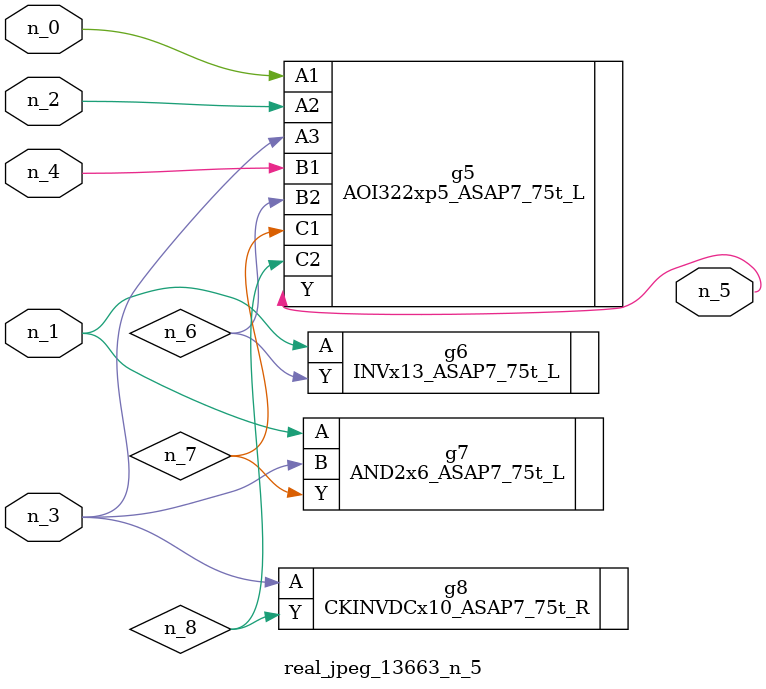
<source format=v>
module real_jpeg_13663_n_5 (n_4, n_0, n_1, n_2, n_3, n_5);

input n_4;
input n_0;
input n_1;
input n_2;
input n_3;

output n_5;

wire n_8;
wire n_6;
wire n_7;

AOI322xp5_ASAP7_75t_L g5 ( 
.A1(n_0),
.A2(n_2),
.A3(n_3),
.B1(n_4),
.B2(n_6),
.C1(n_7),
.C2(n_8),
.Y(n_5)
);

INVx13_ASAP7_75t_L g6 ( 
.A(n_1),
.Y(n_6)
);

AND2x6_ASAP7_75t_L g7 ( 
.A(n_1),
.B(n_3),
.Y(n_7)
);

CKINVDCx10_ASAP7_75t_R g8 ( 
.A(n_3),
.Y(n_8)
);


endmodule
</source>
